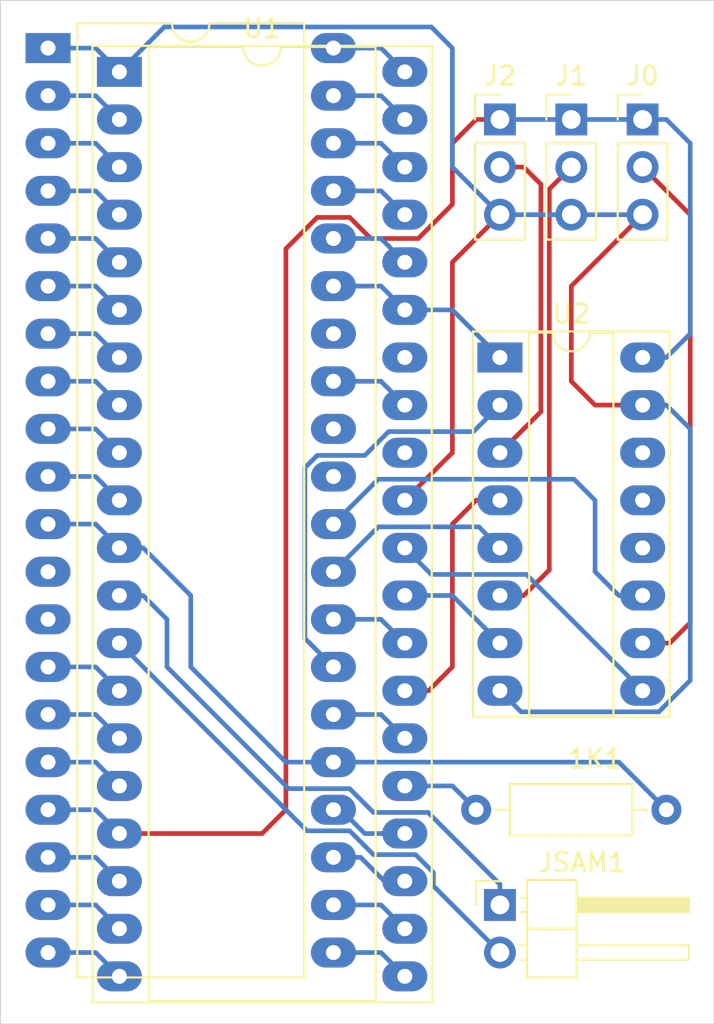
<source format=kicad_pcb>
(kicad_pcb (version 20171130) (host pcbnew "(5.1.9)-1")

  (general
    (thickness 1.6)
    (drawings 4)
    (tracks 170)
    (zones 0)
    (modules 8)
    (nets 54)
  )

  (page A4)
  (layers
    (0 F.Cu signal)
    (31 B.Cu signal)
    (32 B.Adhes user)
    (33 F.Adhes user)
    (34 B.Paste user)
    (35 F.Paste user)
    (36 B.SilkS user)
    (37 F.SilkS user)
    (38 B.Mask user)
    (39 F.Mask user)
    (40 Dwgs.User user)
    (41 Cmts.User user)
    (42 Eco1.User user)
    (43 Eco2.User user)
    (44 Edge.Cuts user)
    (45 Margin user)
    (46 B.CrtYd user hide)
    (47 F.CrtYd user hide)
    (48 B.Fab user)
    (49 F.Fab user hide)
  )

  (setup
    (last_trace_width 0.25)
    (trace_clearance 0.2)
    (zone_clearance 0.508)
    (zone_45_only no)
    (trace_min 0.2)
    (via_size 0.8)
    (via_drill 0.4)
    (via_min_size 0.4)
    (via_min_drill 0.3)
    (uvia_size 0.3)
    (uvia_drill 0.1)
    (uvias_allowed no)
    (uvia_min_size 0.2)
    (uvia_min_drill 0.1)
    (edge_width 0.05)
    (segment_width 0.2)
    (pcb_text_width 0.3)
    (pcb_text_size 1.5 1.5)
    (mod_edge_width 0.12)
    (mod_text_size 1 1)
    (mod_text_width 0.15)
    (pad_size 1.524 1.524)
    (pad_drill 0.762)
    (pad_to_mask_clearance 0)
    (aux_axis_origin 0 0)
    (visible_elements 7FFFFFFF)
    (pcbplotparams
      (layerselection 0x010fc_ffffffff)
      (usegerberextensions false)
      (usegerberattributes true)
      (usegerberadvancedattributes true)
      (creategerberjobfile true)
      (excludeedgelayer true)
      (linewidth 0.100000)
      (plotframeref false)
      (viasonmask false)
      (mode 1)
      (useauxorigin false)
      (hpglpennumber 1)
      (hpglpenspeed 20)
      (hpglpendiameter 15.000000)
      (psnegative false)
      (psa4output false)
      (plotreference true)
      (plotvalue true)
      (plotinvisibletext false)
      (padsonsilk false)
      (subtractmaskfromsilk false)
      (outputformat 1)
      (mirror false)
      (drillshape 0)
      (scaleselection 1)
      (outputdirectory "Gerbers/"))
  )

  (net 0 "")
  (net 1 S11)
  (net 2 "Net-(1K1-Pad1)")
  (net 3 S40)
  (net 4 S20)
  (net 5 S39)
  (net 6 S19)
  (net 7 S38)
  (net 8 S18)
  (net 9 S37)
  (net 10 S36)
  (net 11 S16)
  (net 12 S35)
  (net 13 S15)
  (net 14 "Net-(COCOVDG1-Pad34)")
  (net 15 S14)
  (net 16 S33)
  (net 17 S13)
  (net 18 "Net-(COCOVDG1-Pad32)")
  (net 19 S12)
  (net 20 "Net-(COCOVDG1-Pad31)")
  (net 21 "Net-(COCOVDG1-Pad30)")
  (net 22 S10)
  (net 23 "Net-(COCOVDG1-Pad29)")
  (net 24 S9)
  (net 25 S28)
  (net 26 S8)
  (net 27 "Net-(COCOVDG1-Pad27)")
  (net 28 S7)
  (net 29 S26)
  (net 30 S6)
  (net 31 S5)
  (net 32 S24)
  (net 33 S4)
  (net 34 S23)
  (net 35 S3)
  (net 36 S22)
  (net 37 S2)
  (net 38 S21)
  (net 39 GND)
  (net 40 TGM0)
  (net 41 VCC)
  (net 42 TGM1)
  (net 43 TGM2)
  (net 44 SAM12)
  (net 45 SAM10)
  (net 46 "Net-(U1-Pad34)")
  (net 47 "Net-(U1-Pad32)")
  (net 48 "Net-(U1-Pad30)")
  (net 49 "Net-(U1-Pad29)")
  (net 50 "Net-(U1-Pad27)")
  (net 51 "Net-(U2-Pad14)")
  (net 52 "Net-(U2-Pad13)")
  (net 53 "Net-(U2-Pad12)")

  (net_class Default "This is the default net class."
    (clearance 0.2)
    (trace_width 0.25)
    (via_dia 0.8)
    (via_drill 0.4)
    (uvia_dia 0.3)
    (uvia_drill 0.1)
    (add_net GND)
    (add_net "Net-(1K1-Pad1)")
    (add_net "Net-(COCOVDG1-Pad27)")
    (add_net "Net-(COCOVDG1-Pad29)")
    (add_net "Net-(COCOVDG1-Pad30)")
    (add_net "Net-(COCOVDG1-Pad31)")
    (add_net "Net-(COCOVDG1-Pad32)")
    (add_net "Net-(COCOVDG1-Pad34)")
    (add_net "Net-(U1-Pad27)")
    (add_net "Net-(U1-Pad29)")
    (add_net "Net-(U1-Pad30)")
    (add_net "Net-(U1-Pad32)")
    (add_net "Net-(U1-Pad34)")
    (add_net "Net-(U2-Pad12)")
    (add_net "Net-(U2-Pad13)")
    (add_net "Net-(U2-Pad14)")
    (add_net S10)
    (add_net S11)
    (add_net S12)
    (add_net S13)
    (add_net S14)
    (add_net S15)
    (add_net S16)
    (add_net S18)
    (add_net S19)
    (add_net S2)
    (add_net S20)
    (add_net S21)
    (add_net S22)
    (add_net S23)
    (add_net S24)
    (add_net S26)
    (add_net S28)
    (add_net S3)
    (add_net S33)
    (add_net S35)
    (add_net S36)
    (add_net S37)
    (add_net S38)
    (add_net S39)
    (add_net S4)
    (add_net S40)
    (add_net S5)
    (add_net S6)
    (add_net S7)
    (add_net S8)
    (add_net S9)
    (add_net SAM10)
    (add_net SAM12)
    (add_net TGM0)
    (add_net TGM1)
    (add_net TGM2)
    (add_net VCC)
  )

  (module Package_DIP:DIP-16_W7.62mm_Socket_LongPads (layer F.Cu) (tedit 5A02E8C5) (tstamp 63330418)
    (at 143.51 96.52)
    (descr "16-lead though-hole mounted DIP package, row spacing 7.62 mm (300 mils), Socket, LongPads")
    (tags "THT DIP DIL PDIP 2.54mm 7.62mm 300mil Socket LongPads")
    (path /63350942)
    (fp_text reference U2 (at 3.81 -2.33) (layer F.SilkS)
      (effects (font (size 1 1) (thickness 0.15)))
    )
    (fp_text value 74LS157 (at 3.81 20.11) (layer F.Fab)
      (effects (font (size 1 1) (thickness 0.15)))
    )
    (fp_line (start 9.15 -1.6) (end -1.55 -1.6) (layer F.CrtYd) (width 0.05))
    (fp_line (start 9.15 19.4) (end 9.15 -1.6) (layer F.CrtYd) (width 0.05))
    (fp_line (start -1.55 19.4) (end 9.15 19.4) (layer F.CrtYd) (width 0.05))
    (fp_line (start -1.55 -1.6) (end -1.55 19.4) (layer F.CrtYd) (width 0.05))
    (fp_line (start 9.06 -1.39) (end -1.44 -1.39) (layer F.SilkS) (width 0.12))
    (fp_line (start 9.06 19.17) (end 9.06 -1.39) (layer F.SilkS) (width 0.12))
    (fp_line (start -1.44 19.17) (end 9.06 19.17) (layer F.SilkS) (width 0.12))
    (fp_line (start -1.44 -1.39) (end -1.44 19.17) (layer F.SilkS) (width 0.12))
    (fp_line (start 6.06 -1.33) (end 4.81 -1.33) (layer F.SilkS) (width 0.12))
    (fp_line (start 6.06 19.11) (end 6.06 -1.33) (layer F.SilkS) (width 0.12))
    (fp_line (start 1.56 19.11) (end 6.06 19.11) (layer F.SilkS) (width 0.12))
    (fp_line (start 1.56 -1.33) (end 1.56 19.11) (layer F.SilkS) (width 0.12))
    (fp_line (start 2.81 -1.33) (end 1.56 -1.33) (layer F.SilkS) (width 0.12))
    (fp_line (start 8.89 -1.33) (end -1.27 -1.33) (layer F.Fab) (width 0.1))
    (fp_line (start 8.89 19.11) (end 8.89 -1.33) (layer F.Fab) (width 0.1))
    (fp_line (start -1.27 19.11) (end 8.89 19.11) (layer F.Fab) (width 0.1))
    (fp_line (start -1.27 -1.33) (end -1.27 19.11) (layer F.Fab) (width 0.1))
    (fp_line (start 0.635 -0.27) (end 1.635 -1.27) (layer F.Fab) (width 0.1))
    (fp_line (start 0.635 19.05) (end 0.635 -0.27) (layer F.Fab) (width 0.1))
    (fp_line (start 6.985 19.05) (end 0.635 19.05) (layer F.Fab) (width 0.1))
    (fp_line (start 6.985 -1.27) (end 6.985 19.05) (layer F.Fab) (width 0.1))
    (fp_line (start 1.635 -1.27) (end 6.985 -1.27) (layer F.Fab) (width 0.1))
    (fp_text user %R (at 3.81 8.89) (layer F.Fab)
      (effects (font (size 1 1) (thickness 0.15)))
    )
    (fp_arc (start 3.81 -1.33) (end 2.81 -1.33) (angle -180) (layer F.SilkS) (width 0.12))
    (pad 16 thru_hole oval (at 7.62 0) (size 2.4 1.6) (drill 0.8) (layers *.Cu *.Mask)
      (net 41 VCC))
    (pad 8 thru_hole oval (at 0 17.78) (size 2.4 1.6) (drill 0.8) (layers *.Cu *.Mask)
      (net 39 GND))
    (pad 15 thru_hole oval (at 7.62 2.54) (size 2.4 1.6) (drill 0.8) (layers *.Cu *.Mask)
      (net 39 GND))
    (pad 7 thru_hole oval (at 0 15.24) (size 2.4 1.6) (drill 0.8) (layers *.Cu *.Mask)
      (net 49 "Net-(U1-Pad29)"))
    (pad 14 thru_hole oval (at 7.62 5.08) (size 2.4 1.6) (drill 0.8) (layers *.Cu *.Mask)
      (net 51 "Net-(U2-Pad14)"))
    (pad 6 thru_hole oval (at 0 12.7) (size 2.4 1.6) (drill 0.8) (layers *.Cu *.Mask)
      (net 42 TGM1))
    (pad 13 thru_hole oval (at 7.62 7.62) (size 2.4 1.6) (drill 0.8) (layers *.Cu *.Mask)
      (net 52 "Net-(U2-Pad13)"))
    (pad 5 thru_hole oval (at 0 10.16) (size 2.4 1.6) (drill 0.8) (layers *.Cu *.Mask)
      (net 23 "Net-(COCOVDG1-Pad29)"))
    (pad 12 thru_hole oval (at 7.62 10.16) (size 2.4 1.6) (drill 0.8) (layers *.Cu *.Mask)
      (net 53 "Net-(U2-Pad12)"))
    (pad 4 thru_hole oval (at 0 7.62) (size 2.4 1.6) (drill 0.8) (layers *.Cu *.Mask)
      (net 50 "Net-(U1-Pad27)"))
    (pad 11 thru_hole oval (at 7.62 12.7) (size 2.4 1.6) (drill 0.8) (layers *.Cu *.Mask)
      (net 21 "Net-(COCOVDG1-Pad30)"))
    (pad 3 thru_hole oval (at 0 5.08) (size 2.4 1.6) (drill 0.8) (layers *.Cu *.Mask)
      (net 43 TGM2))
    (pad 10 thru_hole oval (at 7.62 15.24) (size 2.4 1.6) (drill 0.8) (layers *.Cu *.Mask)
      (net 40 TGM0))
    (pad 2 thru_hole oval (at 0 2.54) (size 2.4 1.6) (drill 0.8) (layers *.Cu *.Mask)
      (net 27 "Net-(COCOVDG1-Pad27)"))
    (pad 9 thru_hole oval (at 7.62 17.78) (size 2.4 1.6) (drill 0.8) (layers *.Cu *.Mask)
      (net 48 "Net-(U1-Pad30)"))
    (pad 1 thru_hole rect (at 0 0) (size 2.4 1.6) (drill 0.8) (layers *.Cu *.Mask)
      (net 12 S35))
    (model ${KISYS3DMOD}/Package_DIP.3dshapes/DIP-16_W7.62mm_Socket.wrl
      (at (xyz 0 0 0))
      (scale (xyz 1 1 1))
      (rotate (xyz 0 0 0))
    )
  )

  (module Package_DIP:DIP-40_W15.24mm_LongPads (layer F.Cu) (tedit 5A02E8C5) (tstamp 63330330)
    (at 119.38 80.01)
    (descr "40-lead though-hole mounted DIP package, row spacing 15.24 mm (600 mils), LongPads")
    (tags "THT DIP DIL PDIP 2.54mm 15.24mm 600mil LongPads")
    (path /63330DC4)
    (fp_text reference COCOVDG1 (at 10.16 2.54) (layer F.SilkS) hide
      (effects (font (size 1 1) (thickness 0.15)))
    )
    (fp_text value MC6847 (at 7.62 50.59) (layer F.Fab)
      (effects (font (size 1 1) (thickness 0.15)))
    )
    (fp_line (start 16.7 -1.55) (end -1.5 -1.55) (layer F.CrtYd) (width 0.05))
    (fp_line (start 16.7 49.8) (end 16.7 -1.55) (layer F.CrtYd) (width 0.05))
    (fp_line (start -1.5 49.8) (end 16.7 49.8) (layer F.CrtYd) (width 0.05))
    (fp_line (start -1.5 -1.55) (end -1.5 49.8) (layer F.CrtYd) (width 0.05))
    (fp_line (start 13.68 -1.33) (end 8.62 -1.33) (layer F.SilkS) (width 0.12))
    (fp_line (start 13.68 49.59) (end 13.68 -1.33) (layer F.SilkS) (width 0.12))
    (fp_line (start 1.56 49.59) (end 13.68 49.59) (layer F.SilkS) (width 0.12))
    (fp_line (start 1.56 -1.33) (end 1.56 49.59) (layer F.SilkS) (width 0.12))
    (fp_line (start 6.62 -1.33) (end 1.56 -1.33) (layer F.SilkS) (width 0.12))
    (fp_line (start 0.255 -0.27) (end 1.255 -1.27) (layer F.Fab) (width 0.1))
    (fp_line (start 0.255 49.53) (end 0.255 -0.27) (layer F.Fab) (width 0.1))
    (fp_line (start 14.985 49.53) (end 0.255 49.53) (layer F.Fab) (width 0.1))
    (fp_line (start 14.985 -1.27) (end 14.985 49.53) (layer F.Fab) (width 0.1))
    (fp_line (start 1.255 -1.27) (end 14.985 -1.27) (layer F.Fab) (width 0.1))
    (fp_text user %R (at 7.62 24.13) (layer F.Fab)
      (effects (font (size 1 1) (thickness 0.15)))
    )
    (fp_arc (start 7.62 -1.33) (end 6.62 -1.33) (angle -180) (layer F.SilkS) (width 0.12))
    (pad 40 thru_hole oval (at 15.24 0) (size 2.4 1.6) (drill 0.8) (layers *.Cu *.Mask)
      (net 3 S40))
    (pad 20 thru_hole oval (at 0 48.26) (size 2.4 1.6) (drill 0.8) (layers *.Cu *.Mask)
      (net 4 S20))
    (pad 39 thru_hole oval (at 15.24 2.54) (size 2.4 1.6) (drill 0.8) (layers *.Cu *.Mask)
      (net 5 S39))
    (pad 19 thru_hole oval (at 0 45.72) (size 2.4 1.6) (drill 0.8) (layers *.Cu *.Mask)
      (net 6 S19))
    (pad 38 thru_hole oval (at 15.24 5.08) (size 2.4 1.6) (drill 0.8) (layers *.Cu *.Mask)
      (net 7 S38))
    (pad 18 thru_hole oval (at 0 43.18) (size 2.4 1.6) (drill 0.8) (layers *.Cu *.Mask)
      (net 8 S18))
    (pad 37 thru_hole oval (at 15.24 7.62) (size 2.4 1.6) (drill 0.8) (layers *.Cu *.Mask)
      (net 9 S37))
    (pad 17 thru_hole oval (at 0 40.64) (size 2.4 1.6) (drill 0.8) (layers *.Cu *.Mask)
      (net 41 VCC))
    (pad 36 thru_hole oval (at 15.24 10.16) (size 2.4 1.6) (drill 0.8) (layers *.Cu *.Mask)
      (net 10 S36))
    (pad 16 thru_hole oval (at 0 38.1) (size 2.4 1.6) (drill 0.8) (layers *.Cu *.Mask)
      (net 11 S16))
    (pad 35 thru_hole oval (at 15.24 12.7) (size 2.4 1.6) (drill 0.8) (layers *.Cu *.Mask)
      (net 12 S35))
    (pad 15 thru_hole oval (at 0 35.56) (size 2.4 1.6) (drill 0.8) (layers *.Cu *.Mask)
      (net 13 S15))
    (pad 34 thru_hole oval (at 15.24 15.24) (size 2.4 1.6) (drill 0.8) (layers *.Cu *.Mask)
      (net 14 "Net-(COCOVDG1-Pad34)"))
    (pad 14 thru_hole oval (at 0 33.02) (size 2.4 1.6) (drill 0.8) (layers *.Cu *.Mask)
      (net 15 S14))
    (pad 33 thru_hole oval (at 15.24 17.78) (size 2.4 1.6) (drill 0.8) (layers *.Cu *.Mask)
      (net 16 S33))
    (pad 13 thru_hole oval (at 0 30.48) (size 2.4 1.6) (drill 0.8) (layers *.Cu *.Mask)
      (net 17 S13))
    (pad 32 thru_hole oval (at 15.24 20.32) (size 2.4 1.6) (drill 0.8) (layers *.Cu *.Mask)
      (net 18 "Net-(COCOVDG1-Pad32)"))
    (pad 12 thru_hole oval (at 0 27.94) (size 2.4 1.6) (drill 0.8) (layers *.Cu *.Mask)
      (net 19 S12))
    (pad 31 thru_hole oval (at 15.24 22.86) (size 2.4 1.6) (drill 0.8) (layers *.Cu *.Mask)
      (net 20 "Net-(COCOVDG1-Pad31)"))
    (pad 11 thru_hole oval (at 0 25.4) (size 2.4 1.6) (drill 0.8) (layers *.Cu *.Mask)
      (net 1 S11))
    (pad 30 thru_hole oval (at 15.24 25.4) (size 2.4 1.6) (drill 0.8) (layers *.Cu *.Mask)
      (net 21 "Net-(COCOVDG1-Pad30)"))
    (pad 10 thru_hole oval (at 0 22.86) (size 2.4 1.6) (drill 0.8) (layers *.Cu *.Mask)
      (net 22 S10))
    (pad 29 thru_hole oval (at 15.24 27.94) (size 2.4 1.6) (drill 0.8) (layers *.Cu *.Mask)
      (net 23 "Net-(COCOVDG1-Pad29)"))
    (pad 9 thru_hole oval (at 0 20.32) (size 2.4 1.6) (drill 0.8) (layers *.Cu *.Mask)
      (net 24 S9))
    (pad 28 thru_hole oval (at 15.24 30.48) (size 2.4 1.6) (drill 0.8) (layers *.Cu *.Mask)
      (net 25 S28))
    (pad 8 thru_hole oval (at 0 17.78) (size 2.4 1.6) (drill 0.8) (layers *.Cu *.Mask)
      (net 26 S8))
    (pad 27 thru_hole oval (at 15.24 33.02) (size 2.4 1.6) (drill 0.8) (layers *.Cu *.Mask)
      (net 27 "Net-(COCOVDG1-Pad27)"))
    (pad 7 thru_hole oval (at 0 15.24) (size 2.4 1.6) (drill 0.8) (layers *.Cu *.Mask)
      (net 28 S7))
    (pad 26 thru_hole oval (at 15.24 35.56) (size 2.4 1.6) (drill 0.8) (layers *.Cu *.Mask)
      (net 29 S26))
    (pad 6 thru_hole oval (at 0 12.7) (size 2.4 1.6) (drill 0.8) (layers *.Cu *.Mask)
      (net 30 S6))
    (pad 25 thru_hole oval (at 15.24 38.1) (size 2.4 1.6) (drill 0.8) (layers *.Cu *.Mask)
      (net 1 S11))
    (pad 5 thru_hole oval (at 0 10.16) (size 2.4 1.6) (drill 0.8) (layers *.Cu *.Mask)
      (net 31 S5))
    (pad 24 thru_hole oval (at 15.24 40.64) (size 2.4 1.6) (drill 0.8) (layers *.Cu *.Mask)
      (net 32 S24))
    (pad 4 thru_hole oval (at 0 7.62) (size 2.4 1.6) (drill 0.8) (layers *.Cu *.Mask)
      (net 33 S4))
    (pad 23 thru_hole oval (at 15.24 43.18) (size 2.4 1.6) (drill 0.8) (layers *.Cu *.Mask)
      (net 34 S23))
    (pad 3 thru_hole oval (at 0 5.08) (size 2.4 1.6) (drill 0.8) (layers *.Cu *.Mask)
      (net 35 S3))
    (pad 22 thru_hole oval (at 15.24 45.72) (size 2.4 1.6) (drill 0.8) (layers *.Cu *.Mask)
      (net 36 S22))
    (pad 2 thru_hole oval (at 0 2.54) (size 2.4 1.6) (drill 0.8) (layers *.Cu *.Mask)
      (net 37 S2))
    (pad 21 thru_hole oval (at 15.24 48.26) (size 2.4 1.6) (drill 0.8) (layers *.Cu *.Mask)
      (net 38 S21))
    (pad 1 thru_hole rect (at 0 0) (size 2.4 1.6) (drill 0.8) (layers *.Cu *.Mask)
      (net 39 GND))
    (model ${KISYS3DMOD}/Package_DIP.3dshapes/DIP-40_W15.24mm.wrl
      (at (xyz 0 0 0))
      (scale (xyz 1 1 1))
      (rotate (xyz 0 0 0))
    )
  )

  (module Package_DIP:DIP-40_W15.24mm_Socket_LongPads (layer F.Cu) (tedit 5A02E8C5) (tstamp 633303EC)
    (at 123.19 81.28)
    (descr "40-lead though-hole mounted DIP package, row spacing 15.24 mm (600 mils), Socket, LongPads")
    (tags "THT DIP DIL PDIP 2.54mm 15.24mm 600mil Socket LongPads")
    (path /63332B0B)
    (fp_text reference U1 (at 7.62 -2.33) (layer F.SilkS)
      (effects (font (size 1 1) (thickness 0.15)))
    )
    (fp_text value MC6847T1 (at 7.62 50.59) (layer F.Fab)
      (effects (font (size 1 1) (thickness 0.15)))
    )
    (fp_line (start 16.8 -1.6) (end -1.55 -1.6) (layer F.CrtYd) (width 0.05))
    (fp_line (start 16.8 49.85) (end 16.8 -1.6) (layer F.CrtYd) (width 0.05))
    (fp_line (start -1.55 49.85) (end 16.8 49.85) (layer F.CrtYd) (width 0.05))
    (fp_line (start -1.55 -1.6) (end -1.55 49.85) (layer F.CrtYd) (width 0.05))
    (fp_line (start 16.68 -1.39) (end -1.44 -1.39) (layer F.SilkS) (width 0.12))
    (fp_line (start 16.68 49.65) (end 16.68 -1.39) (layer F.SilkS) (width 0.12))
    (fp_line (start -1.44 49.65) (end 16.68 49.65) (layer F.SilkS) (width 0.12))
    (fp_line (start -1.44 -1.39) (end -1.44 49.65) (layer F.SilkS) (width 0.12))
    (fp_line (start 13.68 -1.33) (end 8.62 -1.33) (layer F.SilkS) (width 0.12))
    (fp_line (start 13.68 49.59) (end 13.68 -1.33) (layer F.SilkS) (width 0.12))
    (fp_line (start 1.56 49.59) (end 13.68 49.59) (layer F.SilkS) (width 0.12))
    (fp_line (start 1.56 -1.33) (end 1.56 49.59) (layer F.SilkS) (width 0.12))
    (fp_line (start 6.62 -1.33) (end 1.56 -1.33) (layer F.SilkS) (width 0.12))
    (fp_line (start 16.51 -1.33) (end -1.27 -1.33) (layer F.Fab) (width 0.1))
    (fp_line (start 16.51 49.59) (end 16.51 -1.33) (layer F.Fab) (width 0.1))
    (fp_line (start -1.27 49.59) (end 16.51 49.59) (layer F.Fab) (width 0.1))
    (fp_line (start -1.27 -1.33) (end -1.27 49.59) (layer F.Fab) (width 0.1))
    (fp_line (start 0.255 -0.27) (end 1.255 -1.27) (layer F.Fab) (width 0.1))
    (fp_line (start 0.255 49.53) (end 0.255 -0.27) (layer F.Fab) (width 0.1))
    (fp_line (start 14.985 49.53) (end 0.255 49.53) (layer F.Fab) (width 0.1))
    (fp_line (start 14.985 -1.27) (end 14.985 49.53) (layer F.Fab) (width 0.1))
    (fp_line (start 1.255 -1.27) (end 14.985 -1.27) (layer F.Fab) (width 0.1))
    (fp_text user %R (at 7.62 24.13) (layer F.Fab)
      (effects (font (size 1 1) (thickness 0.15)))
    )
    (fp_arc (start 7.62 -1.33) (end 6.62 -1.33) (angle -180) (layer F.SilkS) (width 0.12))
    (pad 40 thru_hole oval (at 15.24 0) (size 2.4 1.6) (drill 0.8) (layers *.Cu *.Mask)
      (net 3 S40))
    (pad 20 thru_hole oval (at 0 48.26) (size 2.4 1.6) (drill 0.8) (layers *.Cu *.Mask)
      (net 4 S20))
    (pad 39 thru_hole oval (at 15.24 2.54) (size 2.4 1.6) (drill 0.8) (layers *.Cu *.Mask)
      (net 5 S39))
    (pad 19 thru_hole oval (at 0 45.72) (size 2.4 1.6) (drill 0.8) (layers *.Cu *.Mask)
      (net 6 S19))
    (pad 38 thru_hole oval (at 15.24 5.08) (size 2.4 1.6) (drill 0.8) (layers *.Cu *.Mask)
      (net 7 S38))
    (pad 18 thru_hole oval (at 0 43.18) (size 2.4 1.6) (drill 0.8) (layers *.Cu *.Mask)
      (net 8 S18))
    (pad 37 thru_hole oval (at 15.24 7.62) (size 2.4 1.6) (drill 0.8) (layers *.Cu *.Mask)
      (net 9 S37))
    (pad 17 thru_hole oval (at 0 40.64) (size 2.4 1.6) (drill 0.8) (layers *.Cu *.Mask)
      (net 41 VCC))
    (pad 36 thru_hole oval (at 15.24 10.16) (size 2.4 1.6) (drill 0.8) (layers *.Cu *.Mask)
      (net 10 S36))
    (pad 16 thru_hole oval (at 0 38.1) (size 2.4 1.6) (drill 0.8) (layers *.Cu *.Mask)
      (net 11 S16))
    (pad 35 thru_hole oval (at 15.24 12.7) (size 2.4 1.6) (drill 0.8) (layers *.Cu *.Mask)
      (net 12 S35))
    (pad 15 thru_hole oval (at 0 35.56) (size 2.4 1.6) (drill 0.8) (layers *.Cu *.Mask)
      (net 13 S15))
    (pad 34 thru_hole oval (at 15.24 15.24) (size 2.4 1.6) (drill 0.8) (layers *.Cu *.Mask)
      (net 46 "Net-(U1-Pad34)"))
    (pad 14 thru_hole oval (at 0 33.02) (size 2.4 1.6) (drill 0.8) (layers *.Cu *.Mask)
      (net 15 S14))
    (pad 33 thru_hole oval (at 15.24 17.78) (size 2.4 1.6) (drill 0.8) (layers *.Cu *.Mask)
      (net 16 S33))
    (pad 13 thru_hole oval (at 0 30.48) (size 2.4 1.6) (drill 0.8) (layers *.Cu *.Mask)
      (net 44 SAM12))
    (pad 32 thru_hole oval (at 15.24 20.32) (size 2.4 1.6) (drill 0.8) (layers *.Cu *.Mask)
      (net 47 "Net-(U1-Pad32)"))
    (pad 12 thru_hole oval (at 0 27.94) (size 2.4 1.6) (drill 0.8) (layers *.Cu *.Mask)
      (net 45 SAM10))
    (pad 31 thru_hole oval (at 15.24 22.86) (size 2.4 1.6) (drill 0.8) (layers *.Cu *.Mask)
      (net 39 GND))
    (pad 11 thru_hole oval (at 0 25.4) (size 2.4 1.6) (drill 0.8) (layers *.Cu *.Mask)
      (net 1 S11))
    (pad 30 thru_hole oval (at 15.24 25.4) (size 2.4 1.6) (drill 0.8) (layers *.Cu *.Mask)
      (net 48 "Net-(U1-Pad30)"))
    (pad 10 thru_hole oval (at 0 22.86) (size 2.4 1.6) (drill 0.8) (layers *.Cu *.Mask)
      (net 22 S10))
    (pad 29 thru_hole oval (at 15.24 27.94) (size 2.4 1.6) (drill 0.8) (layers *.Cu *.Mask)
      (net 49 "Net-(U1-Pad29)"))
    (pad 9 thru_hole oval (at 0 20.32) (size 2.4 1.6) (drill 0.8) (layers *.Cu *.Mask)
      (net 24 S9))
    (pad 28 thru_hole oval (at 15.24 30.48) (size 2.4 1.6) (drill 0.8) (layers *.Cu *.Mask)
      (net 25 S28))
    (pad 8 thru_hole oval (at 0 17.78) (size 2.4 1.6) (drill 0.8) (layers *.Cu *.Mask)
      (net 26 S8))
    (pad 27 thru_hole oval (at 15.24 33.02) (size 2.4 1.6) (drill 0.8) (layers *.Cu *.Mask)
      (net 50 "Net-(U1-Pad27)"))
    (pad 7 thru_hole oval (at 0 15.24) (size 2.4 1.6) (drill 0.8) (layers *.Cu *.Mask)
      (net 28 S7))
    (pad 26 thru_hole oval (at 15.24 35.56) (size 2.4 1.6) (drill 0.8) (layers *.Cu *.Mask)
      (net 29 S26))
    (pad 6 thru_hole oval (at 0 12.7) (size 2.4 1.6) (drill 0.8) (layers *.Cu *.Mask)
      (net 30 S6))
    (pad 25 thru_hole oval (at 15.24 38.1) (size 2.4 1.6) (drill 0.8) (layers *.Cu *.Mask)
      (net 2 "Net-(1K1-Pad1)"))
    (pad 5 thru_hole oval (at 0 10.16) (size 2.4 1.6) (drill 0.8) (layers *.Cu *.Mask)
      (net 31 S5))
    (pad 24 thru_hole oval (at 15.24 40.64) (size 2.4 1.6) (drill 0.8) (layers *.Cu *.Mask)
      (net 32 S24))
    (pad 4 thru_hole oval (at 0 7.62) (size 2.4 1.6) (drill 0.8) (layers *.Cu *.Mask)
      (net 33 S4))
    (pad 23 thru_hole oval (at 15.24 43.18) (size 2.4 1.6) (drill 0.8) (layers *.Cu *.Mask)
      (net 34 S23))
    (pad 3 thru_hole oval (at 0 5.08) (size 2.4 1.6) (drill 0.8) (layers *.Cu *.Mask)
      (net 35 S3))
    (pad 22 thru_hole oval (at 15.24 45.72) (size 2.4 1.6) (drill 0.8) (layers *.Cu *.Mask)
      (net 36 S22))
    (pad 2 thru_hole oval (at 0 2.54) (size 2.4 1.6) (drill 0.8) (layers *.Cu *.Mask)
      (net 37 S2))
    (pad 21 thru_hole oval (at 15.24 48.26) (size 2.4 1.6) (drill 0.8) (layers *.Cu *.Mask)
      (net 38 S21))
    (pad 1 thru_hole rect (at 0 0) (size 2.4 1.6) (drill 0.8) (layers *.Cu *.Mask)
      (net 39 GND))
    (model ${KISYS3DMOD}/Package_DIP.3dshapes/DIP-40_W15.24mm_Socket.wrl
      (at (xyz 0 0 0))
      (scale (xyz 1 1 1))
      (rotate (xyz 0 0 0))
    )
  )

  (module Resistor_THT:R_Axial_DIN0207_L6.3mm_D2.5mm_P10.16mm_Horizontal (layer F.Cu) (tedit 5AE5139B) (tstamp 633302A4)
    (at 142.24 120.65)
    (descr "Resistor, Axial_DIN0207 series, Axial, Horizontal, pin pitch=10.16mm, 0.25W = 1/4W, length*diameter=6.3*2.5mm^2, http://cdn-reichelt.de/documents/datenblatt/B400/1_4W%23YAG.pdf")
    (tags "Resistor Axial_DIN0207 series Axial Horizontal pin pitch 10.16mm 0.25W = 1/4W length 6.3mm diameter 2.5mm")
    (path /633369F8)
    (fp_text reference 1K1 (at 6.35 -2.72) (layer F.SilkS)
      (effects (font (size 1 1) (thickness 0.15)))
    )
    (fp_text value R1 (at 6.35 2.72) (layer F.Fab)
      (effects (font (size 1 1) (thickness 0.15)))
    )
    (fp_line (start 11.21 -1.5) (end -1.05 -1.5) (layer F.CrtYd) (width 0.05))
    (fp_line (start 11.21 1.5) (end 11.21 -1.5) (layer F.CrtYd) (width 0.05))
    (fp_line (start -1.05 1.5) (end 11.21 1.5) (layer F.CrtYd) (width 0.05))
    (fp_line (start -1.05 -1.5) (end -1.05 1.5) (layer F.CrtYd) (width 0.05))
    (fp_line (start 9.12 0) (end 8.35 0) (layer F.SilkS) (width 0.12))
    (fp_line (start 1.04 0) (end 1.81 0) (layer F.SilkS) (width 0.12))
    (fp_line (start 8.35 -1.37) (end 1.81 -1.37) (layer F.SilkS) (width 0.12))
    (fp_line (start 8.35 1.37) (end 8.35 -1.37) (layer F.SilkS) (width 0.12))
    (fp_line (start 1.81 1.37) (end 8.35 1.37) (layer F.SilkS) (width 0.12))
    (fp_line (start 1.81 -1.37) (end 1.81 1.37) (layer F.SilkS) (width 0.12))
    (fp_line (start 10.16 0) (end 8.23 0) (layer F.Fab) (width 0.1))
    (fp_line (start 0 0) (end 1.93 0) (layer F.Fab) (width 0.1))
    (fp_line (start 8.23 -1.25) (end 1.93 -1.25) (layer F.Fab) (width 0.1))
    (fp_line (start 8.23 1.25) (end 8.23 -1.25) (layer F.Fab) (width 0.1))
    (fp_line (start 1.93 1.25) (end 8.23 1.25) (layer F.Fab) (width 0.1))
    (fp_line (start 1.93 -1.25) (end 1.93 1.25) (layer F.Fab) (width 0.1))
    (fp_text user %R (at 6.35 0) (layer F.Fab)
      (effects (font (size 1 1) (thickness 0.15)))
    )
    (pad 2 thru_hole oval (at 10.16 0) (size 1.6 1.6) (drill 0.8) (layers *.Cu *.Mask)
      (net 1 S11))
    (pad 1 thru_hole circle (at 0 0) (size 1.6 1.6) (drill 0.8) (layers *.Cu *.Mask)
      (net 2 "Net-(1K1-Pad1)"))
    (model ${KISYS3DMOD}/Resistor_THT.3dshapes/R_Axial_DIN0207_L6.3mm_D2.5mm_P10.16mm_Horizontal.wrl
      (at (xyz 0 0 0))
      (scale (xyz 1 1 1))
      (rotate (xyz 0 0 0))
    )
  )

  (module Connector_PinHeader_2.54mm:PinHeader_1x02_P2.54mm_Horizontal (layer F.Cu) (tedit 59FED5CB) (tstamp 633303A8)
    (at 143.51 125.73)
    (descr "Through hole angled pin header, 1x02, 2.54mm pitch, 6mm pin length, single row")
    (tags "Through hole angled pin header THT 1x02 2.54mm single row")
    (path /633394C8)
    (fp_text reference JSAM1 (at 4.385 -2.27) (layer F.SilkS)
      (effects (font (size 1 1) (thickness 0.15)))
    )
    (fp_text value Conn_01x02_Male (at 4.385 4.81) (layer F.Fab)
      (effects (font (size 1 1) (thickness 0.15)))
    )
    (fp_line (start 10.55 -1.8) (end -1.8 -1.8) (layer F.CrtYd) (width 0.05))
    (fp_line (start 10.55 4.35) (end 10.55 -1.8) (layer F.CrtYd) (width 0.05))
    (fp_line (start -1.8 4.35) (end 10.55 4.35) (layer F.CrtYd) (width 0.05))
    (fp_line (start -1.8 -1.8) (end -1.8 4.35) (layer F.CrtYd) (width 0.05))
    (fp_line (start -1.27 -1.27) (end 0 -1.27) (layer F.SilkS) (width 0.12))
    (fp_line (start -1.27 0) (end -1.27 -1.27) (layer F.SilkS) (width 0.12))
    (fp_line (start 1.042929 2.92) (end 1.44 2.92) (layer F.SilkS) (width 0.12))
    (fp_line (start 1.042929 2.16) (end 1.44 2.16) (layer F.SilkS) (width 0.12))
    (fp_line (start 10.1 2.92) (end 4.1 2.92) (layer F.SilkS) (width 0.12))
    (fp_line (start 10.1 2.16) (end 10.1 2.92) (layer F.SilkS) (width 0.12))
    (fp_line (start 4.1 2.16) (end 10.1 2.16) (layer F.SilkS) (width 0.12))
    (fp_line (start 1.44 1.27) (end 4.1 1.27) (layer F.SilkS) (width 0.12))
    (fp_line (start 1.11 0.38) (end 1.44 0.38) (layer F.SilkS) (width 0.12))
    (fp_line (start 1.11 -0.38) (end 1.44 -0.38) (layer F.SilkS) (width 0.12))
    (fp_line (start 4.1 0.28) (end 10.1 0.28) (layer F.SilkS) (width 0.12))
    (fp_line (start 4.1 0.16) (end 10.1 0.16) (layer F.SilkS) (width 0.12))
    (fp_line (start 4.1 0.04) (end 10.1 0.04) (layer F.SilkS) (width 0.12))
    (fp_line (start 4.1 -0.08) (end 10.1 -0.08) (layer F.SilkS) (width 0.12))
    (fp_line (start 4.1 -0.2) (end 10.1 -0.2) (layer F.SilkS) (width 0.12))
    (fp_line (start 4.1 -0.32) (end 10.1 -0.32) (layer F.SilkS) (width 0.12))
    (fp_line (start 10.1 0.38) (end 4.1 0.38) (layer F.SilkS) (width 0.12))
    (fp_line (start 10.1 -0.38) (end 10.1 0.38) (layer F.SilkS) (width 0.12))
    (fp_line (start 4.1 -0.38) (end 10.1 -0.38) (layer F.SilkS) (width 0.12))
    (fp_line (start 4.1 -1.33) (end 1.44 -1.33) (layer F.SilkS) (width 0.12))
    (fp_line (start 4.1 3.87) (end 4.1 -1.33) (layer F.SilkS) (width 0.12))
    (fp_line (start 1.44 3.87) (end 4.1 3.87) (layer F.SilkS) (width 0.12))
    (fp_line (start 1.44 -1.33) (end 1.44 3.87) (layer F.SilkS) (width 0.12))
    (fp_line (start 4.04 2.86) (end 10.04 2.86) (layer F.Fab) (width 0.1))
    (fp_line (start 10.04 2.22) (end 10.04 2.86) (layer F.Fab) (width 0.1))
    (fp_line (start 4.04 2.22) (end 10.04 2.22) (layer F.Fab) (width 0.1))
    (fp_line (start -0.32 2.86) (end 1.5 2.86) (layer F.Fab) (width 0.1))
    (fp_line (start -0.32 2.22) (end -0.32 2.86) (layer F.Fab) (width 0.1))
    (fp_line (start -0.32 2.22) (end 1.5 2.22) (layer F.Fab) (width 0.1))
    (fp_line (start 4.04 0.32) (end 10.04 0.32) (layer F.Fab) (width 0.1))
    (fp_line (start 10.04 -0.32) (end 10.04 0.32) (layer F.Fab) (width 0.1))
    (fp_line (start 4.04 -0.32) (end 10.04 -0.32) (layer F.Fab) (width 0.1))
    (fp_line (start -0.32 0.32) (end 1.5 0.32) (layer F.Fab) (width 0.1))
    (fp_line (start -0.32 -0.32) (end -0.32 0.32) (layer F.Fab) (width 0.1))
    (fp_line (start -0.32 -0.32) (end 1.5 -0.32) (layer F.Fab) (width 0.1))
    (fp_line (start 1.5 -0.635) (end 2.135 -1.27) (layer F.Fab) (width 0.1))
    (fp_line (start 1.5 3.81) (end 1.5 -0.635) (layer F.Fab) (width 0.1))
    (fp_line (start 4.04 3.81) (end 1.5 3.81) (layer F.Fab) (width 0.1))
    (fp_line (start 4.04 -1.27) (end 4.04 3.81) (layer F.Fab) (width 0.1))
    (fp_line (start 2.135 -1.27) (end 4.04 -1.27) (layer F.Fab) (width 0.1))
    (fp_text user %R (at 2.77 1.27 90) (layer F.Fab)
      (effects (font (size 1 1) (thickness 0.15)))
    )
    (pad 2 thru_hole oval (at 0 2.54) (size 1.7 1.7) (drill 1) (layers *.Cu *.Mask)
      (net 44 SAM12))
    (pad 1 thru_hole rect (at 0 0) (size 1.7 1.7) (drill 1) (layers *.Cu *.Mask)
      (net 45 SAM10))
    (model ${KISYS3DMOD}/Connector_PinHeader_2.54mm.3dshapes/PinHeader_1x02_P2.54mm_Horizontal.wrl
      (at (xyz 0 0 0))
      (scale (xyz 1 1 1))
      (rotate (xyz 0 0 0))
    )
  )

  (module Connector_PinHeader_2.54mm:PinHeader_1x03_P2.54mm_Vertical (layer F.Cu) (tedit 59FED5CC) (tstamp 63330375)
    (at 143.51 83.82)
    (descr "Through hole straight pin header, 1x03, 2.54mm pitch, single row")
    (tags "Through hole pin header THT 1x03 2.54mm single row")
    (path /63362BE6)
    (fp_text reference J2 (at 0 -2.33) (layer F.SilkS)
      (effects (font (size 1 1) (thickness 0.15)))
    )
    (fp_text value Conn_01x03_Male (at 0 7.41) (layer F.Fab)
      (effects (font (size 1 1) (thickness 0.15)))
    )
    (fp_line (start 1.8 -1.8) (end -1.8 -1.8) (layer F.CrtYd) (width 0.05))
    (fp_line (start 1.8 6.85) (end 1.8 -1.8) (layer F.CrtYd) (width 0.05))
    (fp_line (start -1.8 6.85) (end 1.8 6.85) (layer F.CrtYd) (width 0.05))
    (fp_line (start -1.8 -1.8) (end -1.8 6.85) (layer F.CrtYd) (width 0.05))
    (fp_line (start -1.33 -1.33) (end 0 -1.33) (layer F.SilkS) (width 0.12))
    (fp_line (start -1.33 0) (end -1.33 -1.33) (layer F.SilkS) (width 0.12))
    (fp_line (start -1.33 1.27) (end 1.33 1.27) (layer F.SilkS) (width 0.12))
    (fp_line (start 1.33 1.27) (end 1.33 6.41) (layer F.SilkS) (width 0.12))
    (fp_line (start -1.33 1.27) (end -1.33 6.41) (layer F.SilkS) (width 0.12))
    (fp_line (start -1.33 6.41) (end 1.33 6.41) (layer F.SilkS) (width 0.12))
    (fp_line (start -1.27 -0.635) (end -0.635 -1.27) (layer F.Fab) (width 0.1))
    (fp_line (start -1.27 6.35) (end -1.27 -0.635) (layer F.Fab) (width 0.1))
    (fp_line (start 1.27 6.35) (end -1.27 6.35) (layer F.Fab) (width 0.1))
    (fp_line (start 1.27 -1.27) (end 1.27 6.35) (layer F.Fab) (width 0.1))
    (fp_line (start -0.635 -1.27) (end 1.27 -1.27) (layer F.Fab) (width 0.1))
    (fp_text user %R (at 0 2.54 90) (layer F.Fab)
      (effects (font (size 1 1) (thickness 0.15)))
    )
    (pad 3 thru_hole oval (at 0 5.08) (size 1.7 1.7) (drill 1) (layers *.Cu *.Mask)
      (net 39 GND))
    (pad 2 thru_hole oval (at 0 2.54) (size 1.7 1.7) (drill 1) (layers *.Cu *.Mask)
      (net 43 TGM2))
    (pad 1 thru_hole rect (at 0 0) (size 1.7 1.7) (drill 1) (layers *.Cu *.Mask)
      (net 41 VCC))
    (model ${KISYS3DMOD}/Connector_PinHeader_2.54mm.3dshapes/PinHeader_1x03_P2.54mm_Vertical.wrl
      (at (xyz 0 0 0))
      (scale (xyz 1 1 1))
      (rotate (xyz 0 0 0))
    )
  )

  (module Connector_PinHeader_2.54mm:PinHeader_1x03_P2.54mm_Vertical (layer F.Cu) (tedit 59FED5CC) (tstamp 6333035E)
    (at 147.32 83.82)
    (descr "Through hole straight pin header, 1x03, 2.54mm pitch, single row")
    (tags "Through hole pin header THT 1x03 2.54mm single row")
    (path /63361080)
    (fp_text reference J1 (at 0 -2.33) (layer F.SilkS)
      (effects (font (size 1 1) (thickness 0.15)))
    )
    (fp_text value Conn_01x03_Male (at 0 7.41) (layer F.Fab)
      (effects (font (size 1 1) (thickness 0.15)))
    )
    (fp_line (start 1.8 -1.8) (end -1.8 -1.8) (layer F.CrtYd) (width 0.05))
    (fp_line (start 1.8 6.85) (end 1.8 -1.8) (layer F.CrtYd) (width 0.05))
    (fp_line (start -1.8 6.85) (end 1.8 6.85) (layer F.CrtYd) (width 0.05))
    (fp_line (start -1.8 -1.8) (end -1.8 6.85) (layer F.CrtYd) (width 0.05))
    (fp_line (start -1.33 -1.33) (end 0 -1.33) (layer F.SilkS) (width 0.12))
    (fp_line (start -1.33 0) (end -1.33 -1.33) (layer F.SilkS) (width 0.12))
    (fp_line (start -1.33 1.27) (end 1.33 1.27) (layer F.SilkS) (width 0.12))
    (fp_line (start 1.33 1.27) (end 1.33 6.41) (layer F.SilkS) (width 0.12))
    (fp_line (start -1.33 1.27) (end -1.33 6.41) (layer F.SilkS) (width 0.12))
    (fp_line (start -1.33 6.41) (end 1.33 6.41) (layer F.SilkS) (width 0.12))
    (fp_line (start -1.27 -0.635) (end -0.635 -1.27) (layer F.Fab) (width 0.1))
    (fp_line (start -1.27 6.35) (end -1.27 -0.635) (layer F.Fab) (width 0.1))
    (fp_line (start 1.27 6.35) (end -1.27 6.35) (layer F.Fab) (width 0.1))
    (fp_line (start 1.27 -1.27) (end 1.27 6.35) (layer F.Fab) (width 0.1))
    (fp_line (start -0.635 -1.27) (end 1.27 -1.27) (layer F.Fab) (width 0.1))
    (fp_text user %R (at 0 2.54 90) (layer F.Fab)
      (effects (font (size 1 1) (thickness 0.15)))
    )
    (pad 3 thru_hole oval (at 0 5.08) (size 1.7 1.7) (drill 1) (layers *.Cu *.Mask)
      (net 39 GND))
    (pad 2 thru_hole oval (at 0 2.54) (size 1.7 1.7) (drill 1) (layers *.Cu *.Mask)
      (net 42 TGM1))
    (pad 1 thru_hole rect (at 0 0) (size 1.7 1.7) (drill 1) (layers *.Cu *.Mask)
      (net 41 VCC))
    (model ${KISYS3DMOD}/Connector_PinHeader_2.54mm.3dshapes/PinHeader_1x03_P2.54mm_Vertical.wrl
      (at (xyz 0 0 0))
      (scale (xyz 1 1 1))
      (rotate (xyz 0 0 0))
    )
  )

  (module Connector_PinHeader_2.54mm:PinHeader_1x03_P2.54mm_Vertical (layer F.Cu) (tedit 59FED5CC) (tstamp 63330347)
    (at 151.13 83.82)
    (descr "Through hole straight pin header, 1x03, 2.54mm pitch, single row")
    (tags "Through hole pin header THT 1x03 2.54mm single row")
    (path /633608AC)
    (fp_text reference J0 (at 0 -2.33) (layer F.SilkS)
      (effects (font (size 1 1) (thickness 0.15)))
    )
    (fp_text value Conn_01x03_Male (at 0 7.41) (layer F.Fab)
      (effects (font (size 1 1) (thickness 0.15)))
    )
    (fp_line (start 1.8 -1.8) (end -1.8 -1.8) (layer F.CrtYd) (width 0.05))
    (fp_line (start 1.8 6.85) (end 1.8 -1.8) (layer F.CrtYd) (width 0.05))
    (fp_line (start -1.8 6.85) (end 1.8 6.85) (layer F.CrtYd) (width 0.05))
    (fp_line (start -1.8 -1.8) (end -1.8 6.85) (layer F.CrtYd) (width 0.05))
    (fp_line (start -1.33 -1.33) (end 0 -1.33) (layer F.SilkS) (width 0.12))
    (fp_line (start -1.33 0) (end -1.33 -1.33) (layer F.SilkS) (width 0.12))
    (fp_line (start -1.33 1.27) (end 1.33 1.27) (layer F.SilkS) (width 0.12))
    (fp_line (start 1.33 1.27) (end 1.33 6.41) (layer F.SilkS) (width 0.12))
    (fp_line (start -1.33 1.27) (end -1.33 6.41) (layer F.SilkS) (width 0.12))
    (fp_line (start -1.33 6.41) (end 1.33 6.41) (layer F.SilkS) (width 0.12))
    (fp_line (start -1.27 -0.635) (end -0.635 -1.27) (layer F.Fab) (width 0.1))
    (fp_line (start -1.27 6.35) (end -1.27 -0.635) (layer F.Fab) (width 0.1))
    (fp_line (start 1.27 6.35) (end -1.27 6.35) (layer F.Fab) (width 0.1))
    (fp_line (start 1.27 -1.27) (end 1.27 6.35) (layer F.Fab) (width 0.1))
    (fp_line (start -0.635 -1.27) (end 1.27 -1.27) (layer F.Fab) (width 0.1))
    (fp_text user %R (at 0 2.54 90) (layer F.Fab)
      (effects (font (size 1 1) (thickness 0.15)))
    )
    (pad 3 thru_hole oval (at 0 5.08) (size 1.7 1.7) (drill 1) (layers *.Cu *.Mask)
      (net 39 GND))
    (pad 2 thru_hole oval (at 0 2.54) (size 1.7 1.7) (drill 1) (layers *.Cu *.Mask)
      (net 40 TGM0))
    (pad 1 thru_hole rect (at 0 0) (size 1.7 1.7) (drill 1) (layers *.Cu *.Mask)
      (net 41 VCC))
    (model ${KISYS3DMOD}/Connector_PinHeader_2.54mm.3dshapes/PinHeader_1x03_P2.54mm_Vertical.wrl
      (at (xyz 0 0 0))
      (scale (xyz 1 1 1))
      (rotate (xyz 0 0 0))
    )
  )

  (gr_line (start 116.84 77.47) (end 154.94 77.47) (layer Edge.Cuts) (width 0.05))
  (gr_line (start 154.94 132.08) (end 154.94 77.47) (layer Edge.Cuts) (width 0.05))
  (gr_line (start 116.84 132.08) (end 154.94 132.08) (layer Edge.Cuts) (width 0.05))
  (gr_line (start 116.84 77.47) (end 116.84 132.08) (layer Edge.Cuts) (width 0.05))

  (segment (start 123.19 106.68) (end 123.59 106.68) (width 0.25) (layer F.Cu) (net 1))
  (segment (start 134.62 118.11) (end 149.86 118.11) (width 0.25) (layer B.Cu) (net 1))
  (segment (start 149.86 118.11) (end 152.4 120.65) (width 0.25) (layer B.Cu) (net 1))
  (segment (start 121.92 105.41) (end 123.19 106.68) (width 0.25) (layer B.Cu) (net 1))
  (segment (start 119.38 105.41) (end 121.92 105.41) (width 0.25) (layer B.Cu) (net 1))
  (segment (start 127 109.22) (end 124.46 106.68) (width 0.25) (layer B.Cu) (net 1))
  (segment (start 127 113.03) (end 127 109.22) (width 0.25) (layer B.Cu) (net 1))
  (segment (start 132.08 118.11) (end 127 113.03) (width 0.25) (layer B.Cu) (net 1))
  (segment (start 124.46 106.68) (end 123.19 106.68) (width 0.25) (layer B.Cu) (net 1))
  (segment (start 134.62 118.11) (end 132.08 118.11) (width 0.25) (layer B.Cu) (net 1))
  (segment (start 140.97 119.38) (end 142.24 120.65) (width 0.25) (layer B.Cu) (net 2))
  (segment (start 138.43 119.38) (end 140.97 119.38) (width 0.25) (layer B.Cu) (net 2))
  (segment (start 137.16 80.01) (end 138.43 81.28) (width 0.25) (layer B.Cu) (net 3))
  (segment (start 134.62 80.01) (end 137.16 80.01) (width 0.25) (layer B.Cu) (net 3))
  (segment (start 121.92 128.27) (end 123.19 129.54) (width 0.25) (layer B.Cu) (net 4))
  (segment (start 119.38 128.27) (end 121.92 128.27) (width 0.25) (layer B.Cu) (net 4))
  (segment (start 137.16 82.55) (end 138.43 83.82) (width 0.25) (layer B.Cu) (net 5))
  (segment (start 134.62 82.55) (end 137.16 82.55) (width 0.25) (layer B.Cu) (net 5))
  (segment (start 121.92 125.73) (end 123.19 127) (width 0.25) (layer B.Cu) (net 6))
  (segment (start 119.38 125.73) (end 121.92 125.73) (width 0.25) (layer B.Cu) (net 6))
  (segment (start 137.16 85.09) (end 138.43 86.36) (width 0.25) (layer B.Cu) (net 7))
  (segment (start 134.62 85.09) (end 137.16 85.09) (width 0.25) (layer B.Cu) (net 7))
  (segment (start 121.92 123.19) (end 123.19 124.46) (width 0.25) (layer B.Cu) (net 8))
  (segment (start 119.38 123.19) (end 121.92 123.19) (width 0.25) (layer B.Cu) (net 8))
  (segment (start 137.16 87.63) (end 138.43 88.9) (width 0.25) (layer B.Cu) (net 9))
  (segment (start 134.62 87.63) (end 137.16 87.63) (width 0.25) (layer B.Cu) (net 9))
  (segment (start 137.16 90.17) (end 138.43 91.44) (width 0.25) (layer B.Cu) (net 10))
  (segment (start 134.62 90.17) (end 137.16 90.17) (width 0.25) (layer B.Cu) (net 10))
  (segment (start 121.92 118.11) (end 123.19 119.38) (width 0.25) (layer B.Cu) (net 11))
  (segment (start 119.38 118.11) (end 121.92 118.11) (width 0.25) (layer B.Cu) (net 11))
  (segment (start 137.16 92.71) (end 138.43 93.98) (width 0.25) (layer B.Cu) (net 12))
  (segment (start 134.62 92.71) (end 137.16 92.71) (width 0.25) (layer B.Cu) (net 12))
  (segment (start 140.97 93.98) (end 143.51 96.52) (width 0.25) (layer B.Cu) (net 12))
  (segment (start 138.43 93.98) (end 140.97 93.98) (width 0.25) (layer B.Cu) (net 12))
  (segment (start 121.92 115.57) (end 123.19 116.84) (width 0.25) (layer B.Cu) (net 13))
  (segment (start 119.38 115.57) (end 121.92 115.57) (width 0.25) (layer B.Cu) (net 13))
  (segment (start 121.92 113.03) (end 123.19 114.3) (width 0.25) (layer B.Cu) (net 15))
  (segment (start 119.38 113.03) (end 121.92 113.03) (width 0.25) (layer B.Cu) (net 15))
  (segment (start 137.16 97.79) (end 138.43 99.06) (width 0.25) (layer B.Cu) (net 16))
  (segment (start 134.62 97.79) (end 137.16 97.79) (width 0.25) (layer B.Cu) (net 16))
  (segment (start 137.01501 103.01499) (end 147.46499 103.01499) (width 0.25) (layer B.Cu) (net 21))
  (segment (start 134.62 105.41) (end 137.01501 103.01499) (width 0.25) (layer B.Cu) (net 21))
  (segment (start 147.46499 103.01499) (end 148.59 104.14) (width 0.25) (layer B.Cu) (net 21))
  (segment (start 151.13 109.22) (end 149.86 109.22) (width 0.25) (layer B.Cu) (net 21))
  (segment (start 148.59 107.95) (end 148.59 104.14) (width 0.25) (layer B.Cu) (net 21))
  (segment (start 149.86 109.22) (end 148.59 107.95) (width 0.25) (layer B.Cu) (net 21))
  (segment (start 121.92 102.87) (end 123.19 104.14) (width 0.25) (layer B.Cu) (net 22))
  (segment (start 119.38 102.87) (end 121.92 102.87) (width 0.25) (layer B.Cu) (net 22))
  (segment (start 142.38499 105.55499) (end 143.51 106.68) (width 0.25) (layer B.Cu) (net 23))
  (segment (start 137.01501 105.55499) (end 142.38499 105.55499) (width 0.25) (layer B.Cu) (net 23))
  (segment (start 134.62 107.95) (end 137.01501 105.55499) (width 0.25) (layer B.Cu) (net 23))
  (segment (start 121.92 100.33) (end 123.19 101.6) (width 0.25) (layer B.Cu) (net 24))
  (segment (start 119.38 100.33) (end 121.92 100.33) (width 0.25) (layer B.Cu) (net 24))
  (segment (start 137.16 110.49) (end 138.43 111.76) (width 0.25) (layer B.Cu) (net 25))
  (segment (start 134.62 110.49) (end 137.16 110.49) (width 0.25) (layer B.Cu) (net 25))
  (segment (start 121.92 97.79) (end 123.19 99.06) (width 0.25) (layer B.Cu) (net 26))
  (segment (start 119.38 97.79) (end 121.92 97.79) (width 0.25) (layer B.Cu) (net 26))
  (segment (start 133.09499 102.404006) (end 133.09499 111.50499) (width 0.25) (layer B.Cu) (net 27))
  (segment (start 133.754006 101.74499) (end 133.09499 102.404006) (width 0.25) (layer B.Cu) (net 27))
  (segment (start 136.294006 101.74499) (end 133.754006 101.74499) (width 0.25) (layer B.Cu) (net 27))
  (segment (start 137.564006 100.47499) (end 136.294006 101.74499) (width 0.25) (layer B.Cu) (net 27))
  (segment (start 142.09501 100.47499) (end 137.564006 100.47499) (width 0.25) (layer B.Cu) (net 27))
  (segment (start 143.51 99.06) (end 142.09501 100.47499) (width 0.25) (layer B.Cu) (net 27))
  (segment (start 133.09499 111.50499) (end 134.62 113.03) (width 0.25) (layer B.Cu) (net 27))
  (segment (start 121.92 95.25) (end 123.19 96.52) (width 0.25) (layer B.Cu) (net 28))
  (segment (start 119.38 95.25) (end 121.92 95.25) (width 0.25) (layer B.Cu) (net 28))
  (segment (start 137.16 115.57) (end 138.43 116.84) (width 0.25) (layer B.Cu) (net 29))
  (segment (start 134.62 115.57) (end 137.16 115.57) (width 0.25) (layer B.Cu) (net 29))
  (segment (start 121.92 92.71) (end 123.19 93.98) (width 0.25) (layer B.Cu) (net 30))
  (segment (start 119.38 92.71) (end 121.92 92.71) (width 0.25) (layer B.Cu) (net 30))
  (segment (start 121.92 90.17) (end 123.19 91.44) (width 0.25) (layer B.Cu) (net 31))
  (segment (start 119.38 90.17) (end 121.92 90.17) (width 0.25) (layer B.Cu) (net 31))
  (segment (start 138.43 121.92) (end 137.16 121.92) (width 0.25) (layer B.Cu) (net 32))
  (segment (start 136.29 121.92) (end 138.43 121.92) (width 0.25) (layer B.Cu) (net 32))
  (segment (start 135.02 120.65) (end 136.29 121.92) (width 0.25) (layer B.Cu) (net 32))
  (segment (start 134.62 120.65) (end 135.02 120.65) (width 0.25) (layer B.Cu) (net 32))
  (segment (start 121.92 87.63) (end 123.19 88.9) (width 0.25) (layer B.Cu) (net 33))
  (segment (start 119.38 87.63) (end 121.92 87.63) (width 0.25) (layer B.Cu) (net 33))
  (segment (start 137.34 124.46) (end 138.43 124.46) (width 0.25) (layer B.Cu) (net 34))
  (segment (start 136.07 123.19) (end 137.34 124.46) (width 0.25) (layer B.Cu) (net 34))
  (segment (start 134.62 123.19) (end 136.07 123.19) (width 0.25) (layer B.Cu) (net 34))
  (segment (start 121.92 85.09) (end 123.19 86.36) (width 0.25) (layer B.Cu) (net 35))
  (segment (start 119.38 85.09) (end 121.92 85.09) (width 0.25) (layer B.Cu) (net 35))
  (segment (start 137.16 125.73) (end 138.43 127) (width 0.25) (layer B.Cu) (net 36))
  (segment (start 134.62 125.73) (end 137.16 125.73) (width 0.25) (layer B.Cu) (net 36))
  (segment (start 121.92 82.55) (end 123.19 83.82) (width 0.25) (layer B.Cu) (net 37))
  (segment (start 119.38 82.55) (end 121.92 82.55) (width 0.25) (layer B.Cu) (net 37))
  (segment (start 137.16 128.27) (end 138.43 129.54) (width 0.25) (layer B.Cu) (net 38))
  (segment (start 134.62 128.27) (end 137.16 128.27) (width 0.25) (layer B.Cu) (net 38))
  (segment (start 139.84499 78.88499) (end 140.97 80.01) (width 0.25) (layer B.Cu) (net 39))
  (segment (start 140.97 86.36) (end 143.51 88.9) (width 0.25) (layer B.Cu) (net 39))
  (segment (start 140.97 80.01) (end 140.97 86.36) (width 0.25) (layer B.Cu) (net 39))
  (segment (start 151.13 88.9) (end 147.32 92.71) (width 0.25) (layer F.Cu) (net 39))
  (segment (start 147.32 92.71) (end 147.32 97.79) (width 0.25) (layer F.Cu) (net 39))
  (segment (start 148.59 99.06) (end 151.13 99.06) (width 0.25) (layer F.Cu) (net 39))
  (segment (start 147.32 97.79) (end 148.59 99.06) (width 0.25) (layer F.Cu) (net 39))
  (segment (start 125.58501 78.88499) (end 139.84499 78.88499) (width 0.25) (layer B.Cu) (net 39))
  (segment (start 123.19 81.28) (end 125.58501 78.88499) (width 0.25) (layer B.Cu) (net 39))
  (segment (start 151.13 99.608996) (end 151.13 99.06) (width 0.25) (layer B.Cu) (net 39))
  (segment (start 121.92 80.01) (end 123.19 81.28) (width 0.25) (layer B.Cu) (net 39))
  (segment (start 119.38 80.01) (end 121.92 80.01) (width 0.25) (layer B.Cu) (net 39))
  (segment (start 147.32 88.9) (end 151.13 88.9) (width 0.25) (layer B.Cu) (net 39))
  (segment (start 143.51 88.9) (end 147.32 88.9) (width 0.25) (layer B.Cu) (net 39))
  (segment (start 138.43 104.14) (end 140.97 101.6) (width 0.25) (layer F.Cu) (net 39))
  (segment (start 140.97 91.44) (end 143.51 88.9) (width 0.25) (layer F.Cu) (net 39))
  (segment (start 140.97 101.6) (end 140.97 91.44) (width 0.25) (layer F.Cu) (net 39))
  (segment (start 151.995994 115.42501) (end 153.67 113.751004) (width 0.25) (layer B.Cu) (net 39))
  (segment (start 144.63501 115.42501) (end 151.995994 115.42501) (width 0.25) (layer B.Cu) (net 39))
  (segment (start 143.51 114.3) (end 144.63501 115.42501) (width 0.25) (layer B.Cu) (net 39))
  (segment (start 153.67 113.751004) (end 153.67 100.33) (width 0.25) (layer B.Cu) (net 39))
  (segment (start 152.4 99.06) (end 151.13 99.06) (width 0.25) (layer B.Cu) (net 39))
  (segment (start 153.67 100.33) (end 152.4 99.06) (width 0.25) (layer B.Cu) (net 39))
  (segment (start 151.13 86.36) (end 153.67 88.9) (width 0.25) (layer F.Cu) (net 40))
  (segment (start 152.58 111.76) (end 151.13 111.76) (width 0.25) (layer F.Cu) (net 40))
  (segment (start 153.67 110.67) (end 152.58 111.76) (width 0.25) (layer F.Cu) (net 40))
  (segment (start 153.67 88.9) (end 153.67 110.67) (width 0.25) (layer F.Cu) (net 40))
  (segment (start 151.13 96.52) (end 152.4 96.52) (width 0.25) (layer B.Cu) (net 41))
  (segment (start 152.4 96.52) (end 153.67 95.25) (width 0.25) (layer B.Cu) (net 41))
  (segment (start 153.67 95.25) (end 153.67 85.09) (width 0.25) (layer B.Cu) (net 41))
  (segment (start 152.4 83.82) (end 151.13 83.82) (width 0.25) (layer B.Cu) (net 41))
  (segment (start 153.67 85.09) (end 152.4 83.82) (width 0.25) (layer B.Cu) (net 41))
  (segment (start 143.51 83.82) (end 151.13 83.82) (width 0.25) (layer B.Cu) (net 41))
  (segment (start 121.92 120.65) (end 123.19 121.92) (width 0.25) (layer B.Cu) (net 41))
  (segment (start 119.38 120.65) (end 121.92 120.65) (width 0.25) (layer B.Cu) (net 41))
  (segment (start 143.51 83.82) (end 142.24 83.82) (width 0.25) (layer F.Cu) (net 41))
  (segment (start 142.24 83.82) (end 140.97 85.09) (width 0.25) (layer F.Cu) (net 41))
  (segment (start 135.485994 89.04499) (end 133.754006 89.04499) (width 0.25) (layer F.Cu) (net 41))
  (segment (start 136.611004 90.17) (end 135.485994 89.04499) (width 0.25) (layer F.Cu) (net 41))
  (segment (start 139.151004 90.17) (end 136.611004 90.17) (width 0.25) (layer F.Cu) (net 41))
  (segment (start 140.97 88.351004) (end 139.151004 90.17) (width 0.25) (layer F.Cu) (net 41))
  (segment (start 133.754006 89.04499) (end 132.08 90.718996) (width 0.25) (layer F.Cu) (net 41))
  (segment (start 140.97 85.09) (end 140.97 88.351004) (width 0.25) (layer F.Cu) (net 41))
  (segment (start 132.08 90.718996) (end 132.08 120.65) (width 0.25) (layer F.Cu) (net 41))
  (segment (start 130.81 121.92) (end 123.19 121.92) (width 0.25) (layer F.Cu) (net 41))
  (segment (start 132.08 120.65) (end 130.81 121.92) (width 0.25) (layer F.Cu) (net 41))
  (segment (start 146.144999 87.535001) (end 146.144999 107.855001) (width 0.25) (layer F.Cu) (net 42))
  (segment (start 147.32 86.36) (end 146.144999 87.535001) (width 0.25) (layer F.Cu) (net 42))
  (segment (start 144.78 109.22) (end 143.51 109.22) (width 0.25) (layer F.Cu) (net 42))
  (segment (start 146.144999 107.855001) (end 144.78 109.22) (width 0.25) (layer F.Cu) (net 42))
  (segment (start 143.51 101.6) (end 145.694989 99.415011) (width 0.25) (layer F.Cu) (net 43))
  (segment (start 145.694989 99.415011) (end 145.694989 87.274989) (width 0.25) (layer F.Cu) (net 43))
  (segment (start 144.78 86.36) (end 143.51 86.36) (width 0.25) (layer F.Cu) (net 43))
  (segment (start 145.694989 87.274989) (end 144.78 86.36) (width 0.25) (layer F.Cu) (net 43))
  (segment (start 133.20501 121.77501) (end 123.19 111.76) (width 0.25) (layer B.Cu) (net 44))
  (segment (start 135.485994 121.77501) (end 133.20501 121.77501) (width 0.25) (layer B.Cu) (net 44))
  (segment (start 136.755994 123.04501) (end 135.485994 121.77501) (width 0.25) (layer B.Cu) (net 44))
  (segment (start 139.95501 123.994006) (end 139.006014 123.04501) (width 0.25) (layer B.Cu) (net 44))
  (segment (start 139.95501 124.71501) (end 139.95501 123.994006) (width 0.25) (layer B.Cu) (net 44))
  (segment (start 139.006014 123.04501) (end 136.755994 123.04501) (width 0.25) (layer B.Cu) (net 44))
  (segment (start 143.51 128.27) (end 139.95501 124.71501) (width 0.25) (layer B.Cu) (net 44))
  (segment (start 135.485994 119.52499) (end 132.22499 119.52499) (width 0.25) (layer B.Cu) (net 45))
  (segment (start 136.755994 120.79499) (end 135.485994 119.52499) (width 0.25) (layer B.Cu) (net 45))
  (segment (start 139.67499 120.79499) (end 136.755994 120.79499) (width 0.25) (layer B.Cu) (net 45))
  (segment (start 143.51 124.63) (end 139.67499 120.79499) (width 0.25) (layer B.Cu) (net 45))
  (segment (start 143.51 125.73) (end 143.51 124.63) (width 0.25) (layer B.Cu) (net 45))
  (segment (start 132.22499 119.52499) (end 125.73 113.03) (width 0.25) (layer B.Cu) (net 45))
  (segment (start 125.73 113.03) (end 125.73 110.49) (width 0.25) (layer B.Cu) (net 45))
  (segment (start 124.46 109.22) (end 123.19 109.22) (width 0.25) (layer B.Cu) (net 45))
  (segment (start 125.73 110.49) (end 124.46 109.22) (width 0.25) (layer B.Cu) (net 45))
  (segment (start 139.84499 108.09499) (end 138.43 106.68) (width 0.25) (layer B.Cu) (net 48))
  (segment (start 144.92499 108.09499) (end 139.84499 108.09499) (width 0.25) (layer B.Cu) (net 48))
  (segment (start 151.13 114.3) (end 144.92499 108.09499) (width 0.25) (layer B.Cu) (net 48))
  (segment (start 142.961004 111.76) (end 143.51 111.76) (width 0.25) (layer B.Cu) (net 49))
  (segment (start 140.97 109.22) (end 143.51 111.76) (width 0.25) (layer B.Cu) (net 49))
  (segment (start 138.43 109.22) (end 140.97 109.22) (width 0.25) (layer B.Cu) (net 49))
  (segment (start 138.43 114.3) (end 139.7 114.3) (width 0.25) (layer F.Cu) (net 50))
  (segment (start 139.7 114.3) (end 140.97 113.03) (width 0.25) (layer F.Cu) (net 50))
  (segment (start 140.97 113.03) (end 140.97 105.41) (width 0.25) (layer F.Cu) (net 50))
  (segment (start 142.24 104.14) (end 143.51 104.14) (width 0.25) (layer F.Cu) (net 50))
  (segment (start 140.97 105.41) (end 142.24 104.14) (width 0.25) (layer F.Cu) (net 50))

)

</source>
